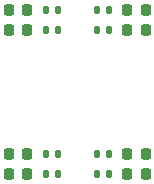
<source format=gbr>
%TF.GenerationSoftware,KiCad,Pcbnew,8.0.8*%
%TF.CreationDate,2025-01-30T12:00:52+07:00*%
%TF.ProjectId,CH170_FrontPanel,43483137-305f-4467-926f-6e7450616e65,rev?*%
%TF.SameCoordinates,Original*%
%TF.FileFunction,Paste,Bot*%
%TF.FilePolarity,Positive*%
%FSLAX46Y46*%
G04 Gerber Fmt 4.6, Leading zero omitted, Abs format (unit mm)*
G04 Created by KiCad (PCBNEW 8.0.8) date 2025-01-30 12:00:52*
%MOMM*%
%LPD*%
G01*
G04 APERTURE LIST*
G04 Aperture macros list*
%AMRoundRect*
0 Rectangle with rounded corners*
0 $1 Rounding radius*
0 $2 $3 $4 $5 $6 $7 $8 $9 X,Y pos of 4 corners*
0 Add a 4 corners polygon primitive as box body*
4,1,4,$2,$3,$4,$5,$6,$7,$8,$9,$2,$3,0*
0 Add four circle primitives for the rounded corners*
1,1,$1+$1,$2,$3*
1,1,$1+$1,$4,$5*
1,1,$1+$1,$6,$7*
1,1,$1+$1,$8,$9*
0 Add four rect primitives between the rounded corners*
20,1,$1+$1,$2,$3,$4,$5,0*
20,1,$1+$1,$4,$5,$6,$7,0*
20,1,$1+$1,$6,$7,$8,$9,0*
20,1,$1+$1,$8,$9,$2,$3,0*%
G04 Aperture macros list end*
%ADD10RoundRect,0.218750X-0.218750X-0.256250X0.218750X-0.256250X0.218750X0.256250X-0.218750X0.256250X0*%
%ADD11RoundRect,0.135000X0.135000X0.185000X-0.135000X0.185000X-0.135000X-0.185000X0.135000X-0.185000X0*%
%ADD12RoundRect,0.218750X0.218750X0.256250X-0.218750X0.256250X-0.218750X-0.256250X0.218750X-0.256250X0*%
%ADD13RoundRect,0.135000X-0.135000X-0.185000X0.135000X-0.185000X0.135000X0.185000X-0.135000X0.185000X0*%
G04 APERTURE END LIST*
D10*
%TO.C,D106*%
X183579500Y-88849000D03*
X185154500Y-88849000D03*
%TD*%
D11*
%TO.C,R105*%
X176698000Y-88849000D03*
X177718000Y-88849000D03*
%TD*%
D12*
%TO.C,D101*%
X173579499Y-101064000D03*
X175154501Y-101064000D03*
%TD*%
%TO.C,D105*%
X173579500Y-88849000D03*
X175154500Y-88849000D03*
%TD*%
D11*
%TO.C,R101*%
X177718000Y-101064000D03*
X176698000Y-101064000D03*
%TD*%
D10*
%TO.C,D102*%
X185154501Y-90507000D03*
X183579499Y-90507000D03*
%TD*%
D13*
%TO.C,R108*%
X181016000Y-102715000D03*
X182036000Y-102715000D03*
%TD*%
%TO.C,R102*%
X182036000Y-90507000D03*
X181016000Y-90507000D03*
%TD*%
D10*
%TO.C,D103*%
X185154501Y-101064000D03*
X183579499Y-101064000D03*
%TD*%
D12*
%TO.C,D107*%
X175154500Y-102722000D03*
X173579500Y-102722000D03*
%TD*%
%TO.C,D104*%
X173579499Y-90507000D03*
X175154501Y-90507000D03*
%TD*%
D11*
%TO.C,R107*%
X177718000Y-102715000D03*
X176698000Y-102715000D03*
%TD*%
D10*
%TO.C,D108*%
X183579500Y-102722000D03*
X185154500Y-102722000D03*
%TD*%
D13*
%TO.C,R106*%
X182036000Y-88849000D03*
X181016000Y-88849000D03*
%TD*%
%TO.C,R103*%
X182038000Y-101064000D03*
X181018000Y-101064000D03*
%TD*%
D11*
%TO.C,R104*%
X177718000Y-90507000D03*
X176698000Y-90507000D03*
%TD*%
M02*

</source>
